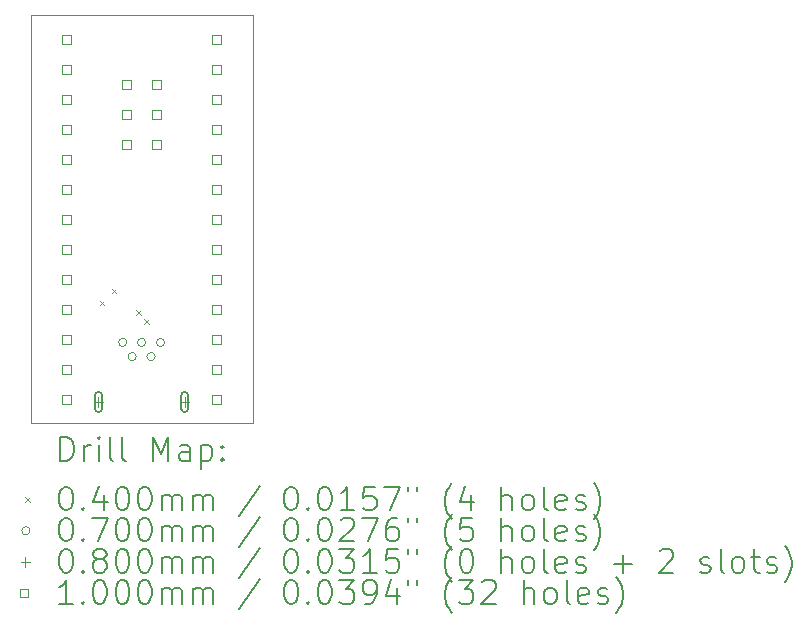
<source format=gbr>
%FSLAX45Y45*%
G04 Gerber Fmt 4.5, Leading zero omitted, Abs format (unit mm)*
G04 Created by KiCad (PCBNEW 6.0.2+dfsg-1) date 2022-08-12 08:44:58*
%MOMM*%
%LPD*%
G01*
G04 APERTURE LIST*
%TA.AperFunction,Profile*%
%ADD10C,0.100000*%
%TD*%
%ADD11C,0.200000*%
%ADD12C,0.040000*%
%ADD13C,0.070000*%
%ADD14C,0.080000*%
%ADD15C,0.100000*%
G04 APERTURE END LIST*
D10*
X14782800Y-10871200D02*
X14782800Y-7416800D01*
X14782800Y-7416800D02*
X12903200Y-7416800D01*
X12903200Y-7416800D02*
X12903200Y-10871200D01*
X12903200Y-10871200D02*
X14782800Y-10871200D01*
D11*
D12*
X13488799Y-9831199D02*
X13528799Y-9871199D01*
X13528799Y-9831199D02*
X13488799Y-9871199D01*
X13590399Y-9729599D02*
X13630399Y-9769599D01*
X13630399Y-9729599D02*
X13590399Y-9769599D01*
X13797600Y-9911400D02*
X13837600Y-9951400D01*
X13837600Y-9911400D02*
X13797600Y-9951400D01*
X13867034Y-9987297D02*
X13907034Y-10027297D01*
X13907034Y-9987297D02*
X13867034Y-10027297D01*
D13*
X13718000Y-10185400D02*
G75*
G03*
X13718000Y-10185400I-35000J0D01*
G01*
X13798000Y-10305400D02*
G75*
G03*
X13798000Y-10305400I-35000J0D01*
G01*
X13878000Y-10185400D02*
G75*
G03*
X13878000Y-10185400I-35000J0D01*
G01*
X13958000Y-10305400D02*
G75*
G03*
X13958000Y-10305400I-35000J0D01*
G01*
X14038000Y-10185400D02*
G75*
G03*
X14038000Y-10185400I-35000J0D01*
G01*
D14*
X13478000Y-10650400D02*
X13478000Y-10730400D01*
X13438000Y-10690400D02*
X13518000Y-10690400D01*
D11*
X13448000Y-10635400D02*
X13448000Y-10745400D01*
X13508000Y-10635400D02*
X13508000Y-10745400D01*
X13448000Y-10745400D02*
G75*
G03*
X13508000Y-10745400I30000J0D01*
G01*
X13508000Y-10635400D02*
G75*
G03*
X13448000Y-10635400I-30000J0D01*
G01*
D14*
X14208000Y-10650400D02*
X14208000Y-10730400D01*
X14168000Y-10690400D02*
X14248000Y-10690400D01*
D11*
X14178000Y-10635400D02*
X14178000Y-10745400D01*
X14238000Y-10635400D02*
X14238000Y-10745400D01*
X14178000Y-10745400D02*
G75*
G03*
X14238000Y-10745400I30000J0D01*
G01*
X14238000Y-10635400D02*
G75*
G03*
X14178000Y-10635400I-30000J0D01*
G01*
D15*
X13243356Y-7655356D02*
X13243356Y-7584644D01*
X13172644Y-7584644D01*
X13172644Y-7655356D01*
X13243356Y-7655356D01*
X13243356Y-7909356D02*
X13243356Y-7838644D01*
X13172644Y-7838644D01*
X13172644Y-7909356D01*
X13243356Y-7909356D01*
X13243356Y-8163356D02*
X13243356Y-8092644D01*
X13172644Y-8092644D01*
X13172644Y-8163356D01*
X13243356Y-8163356D01*
X13243356Y-8417356D02*
X13243356Y-8346644D01*
X13172644Y-8346644D01*
X13172644Y-8417356D01*
X13243356Y-8417356D01*
X13243356Y-8671356D02*
X13243356Y-8600644D01*
X13172644Y-8600644D01*
X13172644Y-8671356D01*
X13243356Y-8671356D01*
X13243356Y-8925356D02*
X13243356Y-8854644D01*
X13172644Y-8854644D01*
X13172644Y-8925356D01*
X13243356Y-8925356D01*
X13243356Y-9179356D02*
X13243356Y-9108644D01*
X13172644Y-9108644D01*
X13172644Y-9179356D01*
X13243356Y-9179356D01*
X13243356Y-9433356D02*
X13243356Y-9362644D01*
X13172644Y-9362644D01*
X13172644Y-9433356D01*
X13243356Y-9433356D01*
X13243356Y-9687356D02*
X13243356Y-9616644D01*
X13172644Y-9616644D01*
X13172644Y-9687356D01*
X13243356Y-9687356D01*
X13243356Y-9941356D02*
X13243356Y-9870644D01*
X13172644Y-9870644D01*
X13172644Y-9941356D01*
X13243356Y-9941356D01*
X13243356Y-10195356D02*
X13243356Y-10124644D01*
X13172644Y-10124644D01*
X13172644Y-10195356D01*
X13243356Y-10195356D01*
X13243356Y-10449356D02*
X13243356Y-10378644D01*
X13172644Y-10378644D01*
X13172644Y-10449356D01*
X13243356Y-10449356D01*
X13243356Y-10703356D02*
X13243356Y-10632644D01*
X13172644Y-10632644D01*
X13172644Y-10703356D01*
X13243356Y-10703356D01*
X13751356Y-8036356D02*
X13751356Y-7965644D01*
X13680644Y-7965644D01*
X13680644Y-8036356D01*
X13751356Y-8036356D01*
X13751356Y-8290356D02*
X13751356Y-8219644D01*
X13680644Y-8219644D01*
X13680644Y-8290356D01*
X13751356Y-8290356D01*
X13751356Y-8544356D02*
X13751356Y-8473644D01*
X13680644Y-8473644D01*
X13680644Y-8544356D01*
X13751356Y-8544356D01*
X14005356Y-8036356D02*
X14005356Y-7965644D01*
X13934644Y-7965644D01*
X13934644Y-8036356D01*
X14005356Y-8036356D01*
X14005356Y-8290356D02*
X14005356Y-8219644D01*
X13934644Y-8219644D01*
X13934644Y-8290356D01*
X14005356Y-8290356D01*
X14005356Y-8544356D02*
X14005356Y-8473644D01*
X13934644Y-8473644D01*
X13934644Y-8544356D01*
X14005356Y-8544356D01*
X14513356Y-7655356D02*
X14513356Y-7584644D01*
X14442644Y-7584644D01*
X14442644Y-7655356D01*
X14513356Y-7655356D01*
X14513356Y-7909356D02*
X14513356Y-7838644D01*
X14442644Y-7838644D01*
X14442644Y-7909356D01*
X14513356Y-7909356D01*
X14513356Y-8163356D02*
X14513356Y-8092644D01*
X14442644Y-8092644D01*
X14442644Y-8163356D01*
X14513356Y-8163356D01*
X14513356Y-8417356D02*
X14513356Y-8346644D01*
X14442644Y-8346644D01*
X14442644Y-8417356D01*
X14513356Y-8417356D01*
X14513356Y-8671356D02*
X14513356Y-8600644D01*
X14442644Y-8600644D01*
X14442644Y-8671356D01*
X14513356Y-8671356D01*
X14513356Y-8925356D02*
X14513356Y-8854644D01*
X14442644Y-8854644D01*
X14442644Y-8925356D01*
X14513356Y-8925356D01*
X14513356Y-9179356D02*
X14513356Y-9108644D01*
X14442644Y-9108644D01*
X14442644Y-9179356D01*
X14513356Y-9179356D01*
X14513356Y-9433356D02*
X14513356Y-9362644D01*
X14442644Y-9362644D01*
X14442644Y-9433356D01*
X14513356Y-9433356D01*
X14513356Y-9687356D02*
X14513356Y-9616644D01*
X14442644Y-9616644D01*
X14442644Y-9687356D01*
X14513356Y-9687356D01*
X14513356Y-9941356D02*
X14513356Y-9870644D01*
X14442644Y-9870644D01*
X14442644Y-9941356D01*
X14513356Y-9941356D01*
X14513356Y-10195356D02*
X14513356Y-10124644D01*
X14442644Y-10124644D01*
X14442644Y-10195356D01*
X14513356Y-10195356D01*
X14513356Y-10449356D02*
X14513356Y-10378644D01*
X14442644Y-10378644D01*
X14442644Y-10449356D01*
X14513356Y-10449356D01*
X14513356Y-10703356D02*
X14513356Y-10632644D01*
X14442644Y-10632644D01*
X14442644Y-10703356D01*
X14513356Y-10703356D01*
D11*
X13155819Y-11186676D02*
X13155819Y-10986676D01*
X13203438Y-10986676D01*
X13232009Y-10996200D01*
X13251057Y-11015248D01*
X13260581Y-11034295D01*
X13270105Y-11072390D01*
X13270105Y-11100962D01*
X13260581Y-11139057D01*
X13251057Y-11158105D01*
X13232009Y-11177152D01*
X13203438Y-11186676D01*
X13155819Y-11186676D01*
X13355819Y-11186676D02*
X13355819Y-11053343D01*
X13355819Y-11091438D02*
X13365343Y-11072390D01*
X13374867Y-11062867D01*
X13393914Y-11053343D01*
X13412962Y-11053343D01*
X13479628Y-11186676D02*
X13479628Y-11053343D01*
X13479628Y-10986676D02*
X13470105Y-10996200D01*
X13479628Y-11005724D01*
X13489152Y-10996200D01*
X13479628Y-10986676D01*
X13479628Y-11005724D01*
X13603438Y-11186676D02*
X13584390Y-11177152D01*
X13574867Y-11158105D01*
X13574867Y-10986676D01*
X13708200Y-11186676D02*
X13689152Y-11177152D01*
X13679628Y-11158105D01*
X13679628Y-10986676D01*
X13936771Y-11186676D02*
X13936771Y-10986676D01*
X14003438Y-11129533D01*
X14070105Y-10986676D01*
X14070105Y-11186676D01*
X14251057Y-11186676D02*
X14251057Y-11081914D01*
X14241533Y-11062867D01*
X14222486Y-11053343D01*
X14184390Y-11053343D01*
X14165343Y-11062867D01*
X14251057Y-11177152D02*
X14232009Y-11186676D01*
X14184390Y-11186676D01*
X14165343Y-11177152D01*
X14155819Y-11158105D01*
X14155819Y-11139057D01*
X14165343Y-11120010D01*
X14184390Y-11110486D01*
X14232009Y-11110486D01*
X14251057Y-11100962D01*
X14346295Y-11053343D02*
X14346295Y-11253343D01*
X14346295Y-11062867D02*
X14365343Y-11053343D01*
X14403438Y-11053343D01*
X14422486Y-11062867D01*
X14432009Y-11072390D01*
X14441533Y-11091438D01*
X14441533Y-11148581D01*
X14432009Y-11167629D01*
X14422486Y-11177152D01*
X14403438Y-11186676D01*
X14365343Y-11186676D01*
X14346295Y-11177152D01*
X14527248Y-11167629D02*
X14536771Y-11177152D01*
X14527248Y-11186676D01*
X14517724Y-11177152D01*
X14527248Y-11167629D01*
X14527248Y-11186676D01*
X14527248Y-11062867D02*
X14536771Y-11072390D01*
X14527248Y-11081914D01*
X14517724Y-11072390D01*
X14527248Y-11062867D01*
X14527248Y-11081914D01*
D12*
X12858200Y-11496200D02*
X12898200Y-11536200D01*
X12898200Y-11496200D02*
X12858200Y-11536200D01*
D11*
X13193914Y-11406676D02*
X13212962Y-11406676D01*
X13232009Y-11416200D01*
X13241533Y-11425724D01*
X13251057Y-11444771D01*
X13260581Y-11482867D01*
X13260581Y-11530486D01*
X13251057Y-11568581D01*
X13241533Y-11587628D01*
X13232009Y-11597152D01*
X13212962Y-11606676D01*
X13193914Y-11606676D01*
X13174867Y-11597152D01*
X13165343Y-11587628D01*
X13155819Y-11568581D01*
X13146295Y-11530486D01*
X13146295Y-11482867D01*
X13155819Y-11444771D01*
X13165343Y-11425724D01*
X13174867Y-11416200D01*
X13193914Y-11406676D01*
X13346295Y-11587628D02*
X13355819Y-11597152D01*
X13346295Y-11606676D01*
X13336771Y-11597152D01*
X13346295Y-11587628D01*
X13346295Y-11606676D01*
X13527248Y-11473343D02*
X13527248Y-11606676D01*
X13479628Y-11397152D02*
X13432009Y-11540009D01*
X13555819Y-11540009D01*
X13670105Y-11406676D02*
X13689152Y-11406676D01*
X13708200Y-11416200D01*
X13717724Y-11425724D01*
X13727248Y-11444771D01*
X13736771Y-11482867D01*
X13736771Y-11530486D01*
X13727248Y-11568581D01*
X13717724Y-11587628D01*
X13708200Y-11597152D01*
X13689152Y-11606676D01*
X13670105Y-11606676D01*
X13651057Y-11597152D01*
X13641533Y-11587628D01*
X13632009Y-11568581D01*
X13622486Y-11530486D01*
X13622486Y-11482867D01*
X13632009Y-11444771D01*
X13641533Y-11425724D01*
X13651057Y-11416200D01*
X13670105Y-11406676D01*
X13860581Y-11406676D02*
X13879628Y-11406676D01*
X13898676Y-11416200D01*
X13908200Y-11425724D01*
X13917724Y-11444771D01*
X13927248Y-11482867D01*
X13927248Y-11530486D01*
X13917724Y-11568581D01*
X13908200Y-11587628D01*
X13898676Y-11597152D01*
X13879628Y-11606676D01*
X13860581Y-11606676D01*
X13841533Y-11597152D01*
X13832009Y-11587628D01*
X13822486Y-11568581D01*
X13812962Y-11530486D01*
X13812962Y-11482867D01*
X13822486Y-11444771D01*
X13832009Y-11425724D01*
X13841533Y-11416200D01*
X13860581Y-11406676D01*
X14012962Y-11606676D02*
X14012962Y-11473343D01*
X14012962Y-11492390D02*
X14022486Y-11482867D01*
X14041533Y-11473343D01*
X14070105Y-11473343D01*
X14089152Y-11482867D01*
X14098676Y-11501914D01*
X14098676Y-11606676D01*
X14098676Y-11501914D02*
X14108200Y-11482867D01*
X14127248Y-11473343D01*
X14155819Y-11473343D01*
X14174867Y-11482867D01*
X14184390Y-11501914D01*
X14184390Y-11606676D01*
X14279628Y-11606676D02*
X14279628Y-11473343D01*
X14279628Y-11492390D02*
X14289152Y-11482867D01*
X14308200Y-11473343D01*
X14336771Y-11473343D01*
X14355819Y-11482867D01*
X14365343Y-11501914D01*
X14365343Y-11606676D01*
X14365343Y-11501914D02*
X14374867Y-11482867D01*
X14393914Y-11473343D01*
X14422486Y-11473343D01*
X14441533Y-11482867D01*
X14451057Y-11501914D01*
X14451057Y-11606676D01*
X14841533Y-11397152D02*
X14670105Y-11654295D01*
X15098676Y-11406676D02*
X15117724Y-11406676D01*
X15136771Y-11416200D01*
X15146295Y-11425724D01*
X15155819Y-11444771D01*
X15165343Y-11482867D01*
X15165343Y-11530486D01*
X15155819Y-11568581D01*
X15146295Y-11587628D01*
X15136771Y-11597152D01*
X15117724Y-11606676D01*
X15098676Y-11606676D01*
X15079628Y-11597152D01*
X15070105Y-11587628D01*
X15060581Y-11568581D01*
X15051057Y-11530486D01*
X15051057Y-11482867D01*
X15060581Y-11444771D01*
X15070105Y-11425724D01*
X15079628Y-11416200D01*
X15098676Y-11406676D01*
X15251057Y-11587628D02*
X15260581Y-11597152D01*
X15251057Y-11606676D01*
X15241533Y-11597152D01*
X15251057Y-11587628D01*
X15251057Y-11606676D01*
X15384390Y-11406676D02*
X15403438Y-11406676D01*
X15422486Y-11416200D01*
X15432009Y-11425724D01*
X15441533Y-11444771D01*
X15451057Y-11482867D01*
X15451057Y-11530486D01*
X15441533Y-11568581D01*
X15432009Y-11587628D01*
X15422486Y-11597152D01*
X15403438Y-11606676D01*
X15384390Y-11606676D01*
X15365343Y-11597152D01*
X15355819Y-11587628D01*
X15346295Y-11568581D01*
X15336771Y-11530486D01*
X15336771Y-11482867D01*
X15346295Y-11444771D01*
X15355819Y-11425724D01*
X15365343Y-11416200D01*
X15384390Y-11406676D01*
X15641533Y-11606676D02*
X15527248Y-11606676D01*
X15584390Y-11606676D02*
X15584390Y-11406676D01*
X15565343Y-11435248D01*
X15546295Y-11454295D01*
X15527248Y-11463819D01*
X15822486Y-11406676D02*
X15727248Y-11406676D01*
X15717724Y-11501914D01*
X15727248Y-11492390D01*
X15746295Y-11482867D01*
X15793914Y-11482867D01*
X15812962Y-11492390D01*
X15822486Y-11501914D01*
X15832009Y-11520962D01*
X15832009Y-11568581D01*
X15822486Y-11587628D01*
X15812962Y-11597152D01*
X15793914Y-11606676D01*
X15746295Y-11606676D01*
X15727248Y-11597152D01*
X15717724Y-11587628D01*
X15898676Y-11406676D02*
X16032009Y-11406676D01*
X15946295Y-11606676D01*
X16098676Y-11406676D02*
X16098676Y-11444771D01*
X16174867Y-11406676D02*
X16174867Y-11444771D01*
X16470105Y-11682867D02*
X16460581Y-11673343D01*
X16441533Y-11644771D01*
X16432009Y-11625724D01*
X16422486Y-11597152D01*
X16412962Y-11549533D01*
X16412962Y-11511438D01*
X16422486Y-11463819D01*
X16432009Y-11435248D01*
X16441533Y-11416200D01*
X16460581Y-11387628D01*
X16470105Y-11378105D01*
X16632009Y-11473343D02*
X16632009Y-11606676D01*
X16584390Y-11397152D02*
X16536771Y-11540009D01*
X16660581Y-11540009D01*
X16889152Y-11606676D02*
X16889152Y-11406676D01*
X16974867Y-11606676D02*
X16974867Y-11501914D01*
X16965343Y-11482867D01*
X16946295Y-11473343D01*
X16917724Y-11473343D01*
X16898676Y-11482867D01*
X16889152Y-11492390D01*
X17098676Y-11606676D02*
X17079629Y-11597152D01*
X17070105Y-11587628D01*
X17060581Y-11568581D01*
X17060581Y-11511438D01*
X17070105Y-11492390D01*
X17079629Y-11482867D01*
X17098676Y-11473343D01*
X17127248Y-11473343D01*
X17146295Y-11482867D01*
X17155819Y-11492390D01*
X17165343Y-11511438D01*
X17165343Y-11568581D01*
X17155819Y-11587628D01*
X17146295Y-11597152D01*
X17127248Y-11606676D01*
X17098676Y-11606676D01*
X17279629Y-11606676D02*
X17260581Y-11597152D01*
X17251057Y-11578105D01*
X17251057Y-11406676D01*
X17432010Y-11597152D02*
X17412962Y-11606676D01*
X17374867Y-11606676D01*
X17355819Y-11597152D01*
X17346295Y-11578105D01*
X17346295Y-11501914D01*
X17355819Y-11482867D01*
X17374867Y-11473343D01*
X17412962Y-11473343D01*
X17432010Y-11482867D01*
X17441533Y-11501914D01*
X17441533Y-11520962D01*
X17346295Y-11540009D01*
X17517724Y-11597152D02*
X17536771Y-11606676D01*
X17574867Y-11606676D01*
X17593914Y-11597152D01*
X17603438Y-11578105D01*
X17603438Y-11568581D01*
X17593914Y-11549533D01*
X17574867Y-11540009D01*
X17546295Y-11540009D01*
X17527248Y-11530486D01*
X17517724Y-11511438D01*
X17517724Y-11501914D01*
X17527248Y-11482867D01*
X17546295Y-11473343D01*
X17574867Y-11473343D01*
X17593914Y-11482867D01*
X17670105Y-11682867D02*
X17679629Y-11673343D01*
X17698676Y-11644771D01*
X17708200Y-11625724D01*
X17717724Y-11597152D01*
X17727248Y-11549533D01*
X17727248Y-11511438D01*
X17717724Y-11463819D01*
X17708200Y-11435248D01*
X17698676Y-11416200D01*
X17679629Y-11387628D01*
X17670105Y-11378105D01*
D13*
X12898200Y-11780200D02*
G75*
G03*
X12898200Y-11780200I-35000J0D01*
G01*
D11*
X13193914Y-11670676D02*
X13212962Y-11670676D01*
X13232009Y-11680200D01*
X13241533Y-11689724D01*
X13251057Y-11708771D01*
X13260581Y-11746867D01*
X13260581Y-11794486D01*
X13251057Y-11832581D01*
X13241533Y-11851628D01*
X13232009Y-11861152D01*
X13212962Y-11870676D01*
X13193914Y-11870676D01*
X13174867Y-11861152D01*
X13165343Y-11851628D01*
X13155819Y-11832581D01*
X13146295Y-11794486D01*
X13146295Y-11746867D01*
X13155819Y-11708771D01*
X13165343Y-11689724D01*
X13174867Y-11680200D01*
X13193914Y-11670676D01*
X13346295Y-11851628D02*
X13355819Y-11861152D01*
X13346295Y-11870676D01*
X13336771Y-11861152D01*
X13346295Y-11851628D01*
X13346295Y-11870676D01*
X13422486Y-11670676D02*
X13555819Y-11670676D01*
X13470105Y-11870676D01*
X13670105Y-11670676D02*
X13689152Y-11670676D01*
X13708200Y-11680200D01*
X13717724Y-11689724D01*
X13727248Y-11708771D01*
X13736771Y-11746867D01*
X13736771Y-11794486D01*
X13727248Y-11832581D01*
X13717724Y-11851628D01*
X13708200Y-11861152D01*
X13689152Y-11870676D01*
X13670105Y-11870676D01*
X13651057Y-11861152D01*
X13641533Y-11851628D01*
X13632009Y-11832581D01*
X13622486Y-11794486D01*
X13622486Y-11746867D01*
X13632009Y-11708771D01*
X13641533Y-11689724D01*
X13651057Y-11680200D01*
X13670105Y-11670676D01*
X13860581Y-11670676D02*
X13879628Y-11670676D01*
X13898676Y-11680200D01*
X13908200Y-11689724D01*
X13917724Y-11708771D01*
X13927248Y-11746867D01*
X13927248Y-11794486D01*
X13917724Y-11832581D01*
X13908200Y-11851628D01*
X13898676Y-11861152D01*
X13879628Y-11870676D01*
X13860581Y-11870676D01*
X13841533Y-11861152D01*
X13832009Y-11851628D01*
X13822486Y-11832581D01*
X13812962Y-11794486D01*
X13812962Y-11746867D01*
X13822486Y-11708771D01*
X13832009Y-11689724D01*
X13841533Y-11680200D01*
X13860581Y-11670676D01*
X14012962Y-11870676D02*
X14012962Y-11737343D01*
X14012962Y-11756390D02*
X14022486Y-11746867D01*
X14041533Y-11737343D01*
X14070105Y-11737343D01*
X14089152Y-11746867D01*
X14098676Y-11765914D01*
X14098676Y-11870676D01*
X14098676Y-11765914D02*
X14108200Y-11746867D01*
X14127248Y-11737343D01*
X14155819Y-11737343D01*
X14174867Y-11746867D01*
X14184390Y-11765914D01*
X14184390Y-11870676D01*
X14279628Y-11870676D02*
X14279628Y-11737343D01*
X14279628Y-11756390D02*
X14289152Y-11746867D01*
X14308200Y-11737343D01*
X14336771Y-11737343D01*
X14355819Y-11746867D01*
X14365343Y-11765914D01*
X14365343Y-11870676D01*
X14365343Y-11765914D02*
X14374867Y-11746867D01*
X14393914Y-11737343D01*
X14422486Y-11737343D01*
X14441533Y-11746867D01*
X14451057Y-11765914D01*
X14451057Y-11870676D01*
X14841533Y-11661152D02*
X14670105Y-11918295D01*
X15098676Y-11670676D02*
X15117724Y-11670676D01*
X15136771Y-11680200D01*
X15146295Y-11689724D01*
X15155819Y-11708771D01*
X15165343Y-11746867D01*
X15165343Y-11794486D01*
X15155819Y-11832581D01*
X15146295Y-11851628D01*
X15136771Y-11861152D01*
X15117724Y-11870676D01*
X15098676Y-11870676D01*
X15079628Y-11861152D01*
X15070105Y-11851628D01*
X15060581Y-11832581D01*
X15051057Y-11794486D01*
X15051057Y-11746867D01*
X15060581Y-11708771D01*
X15070105Y-11689724D01*
X15079628Y-11680200D01*
X15098676Y-11670676D01*
X15251057Y-11851628D02*
X15260581Y-11861152D01*
X15251057Y-11870676D01*
X15241533Y-11861152D01*
X15251057Y-11851628D01*
X15251057Y-11870676D01*
X15384390Y-11670676D02*
X15403438Y-11670676D01*
X15422486Y-11680200D01*
X15432009Y-11689724D01*
X15441533Y-11708771D01*
X15451057Y-11746867D01*
X15451057Y-11794486D01*
X15441533Y-11832581D01*
X15432009Y-11851628D01*
X15422486Y-11861152D01*
X15403438Y-11870676D01*
X15384390Y-11870676D01*
X15365343Y-11861152D01*
X15355819Y-11851628D01*
X15346295Y-11832581D01*
X15336771Y-11794486D01*
X15336771Y-11746867D01*
X15346295Y-11708771D01*
X15355819Y-11689724D01*
X15365343Y-11680200D01*
X15384390Y-11670676D01*
X15527248Y-11689724D02*
X15536771Y-11680200D01*
X15555819Y-11670676D01*
X15603438Y-11670676D01*
X15622486Y-11680200D01*
X15632009Y-11689724D01*
X15641533Y-11708771D01*
X15641533Y-11727819D01*
X15632009Y-11756390D01*
X15517724Y-11870676D01*
X15641533Y-11870676D01*
X15708200Y-11670676D02*
X15841533Y-11670676D01*
X15755819Y-11870676D01*
X16003438Y-11670676D02*
X15965343Y-11670676D01*
X15946295Y-11680200D01*
X15936771Y-11689724D01*
X15917724Y-11718295D01*
X15908200Y-11756390D01*
X15908200Y-11832581D01*
X15917724Y-11851628D01*
X15927248Y-11861152D01*
X15946295Y-11870676D01*
X15984390Y-11870676D01*
X16003438Y-11861152D01*
X16012962Y-11851628D01*
X16022486Y-11832581D01*
X16022486Y-11784962D01*
X16012962Y-11765914D01*
X16003438Y-11756390D01*
X15984390Y-11746867D01*
X15946295Y-11746867D01*
X15927248Y-11756390D01*
X15917724Y-11765914D01*
X15908200Y-11784962D01*
X16098676Y-11670676D02*
X16098676Y-11708771D01*
X16174867Y-11670676D02*
X16174867Y-11708771D01*
X16470105Y-11946867D02*
X16460581Y-11937343D01*
X16441533Y-11908771D01*
X16432009Y-11889724D01*
X16422486Y-11861152D01*
X16412962Y-11813533D01*
X16412962Y-11775438D01*
X16422486Y-11727819D01*
X16432009Y-11699248D01*
X16441533Y-11680200D01*
X16460581Y-11651628D01*
X16470105Y-11642105D01*
X16641533Y-11670676D02*
X16546295Y-11670676D01*
X16536771Y-11765914D01*
X16546295Y-11756390D01*
X16565343Y-11746867D01*
X16612962Y-11746867D01*
X16632009Y-11756390D01*
X16641533Y-11765914D01*
X16651057Y-11784962D01*
X16651057Y-11832581D01*
X16641533Y-11851628D01*
X16632009Y-11861152D01*
X16612962Y-11870676D01*
X16565343Y-11870676D01*
X16546295Y-11861152D01*
X16536771Y-11851628D01*
X16889152Y-11870676D02*
X16889152Y-11670676D01*
X16974867Y-11870676D02*
X16974867Y-11765914D01*
X16965343Y-11746867D01*
X16946295Y-11737343D01*
X16917724Y-11737343D01*
X16898676Y-11746867D01*
X16889152Y-11756390D01*
X17098676Y-11870676D02*
X17079629Y-11861152D01*
X17070105Y-11851628D01*
X17060581Y-11832581D01*
X17060581Y-11775438D01*
X17070105Y-11756390D01*
X17079629Y-11746867D01*
X17098676Y-11737343D01*
X17127248Y-11737343D01*
X17146295Y-11746867D01*
X17155819Y-11756390D01*
X17165343Y-11775438D01*
X17165343Y-11832581D01*
X17155819Y-11851628D01*
X17146295Y-11861152D01*
X17127248Y-11870676D01*
X17098676Y-11870676D01*
X17279629Y-11870676D02*
X17260581Y-11861152D01*
X17251057Y-11842105D01*
X17251057Y-11670676D01*
X17432010Y-11861152D02*
X17412962Y-11870676D01*
X17374867Y-11870676D01*
X17355819Y-11861152D01*
X17346295Y-11842105D01*
X17346295Y-11765914D01*
X17355819Y-11746867D01*
X17374867Y-11737343D01*
X17412962Y-11737343D01*
X17432010Y-11746867D01*
X17441533Y-11765914D01*
X17441533Y-11784962D01*
X17346295Y-11804009D01*
X17517724Y-11861152D02*
X17536771Y-11870676D01*
X17574867Y-11870676D01*
X17593914Y-11861152D01*
X17603438Y-11842105D01*
X17603438Y-11832581D01*
X17593914Y-11813533D01*
X17574867Y-11804009D01*
X17546295Y-11804009D01*
X17527248Y-11794486D01*
X17517724Y-11775438D01*
X17517724Y-11765914D01*
X17527248Y-11746867D01*
X17546295Y-11737343D01*
X17574867Y-11737343D01*
X17593914Y-11746867D01*
X17670105Y-11946867D02*
X17679629Y-11937343D01*
X17698676Y-11908771D01*
X17708200Y-11889724D01*
X17717724Y-11861152D01*
X17727248Y-11813533D01*
X17727248Y-11775438D01*
X17717724Y-11727819D01*
X17708200Y-11699248D01*
X17698676Y-11680200D01*
X17679629Y-11651628D01*
X17670105Y-11642105D01*
D14*
X12858200Y-12004200D02*
X12858200Y-12084200D01*
X12818200Y-12044200D02*
X12898200Y-12044200D01*
D11*
X13193914Y-11934676D02*
X13212962Y-11934676D01*
X13232009Y-11944200D01*
X13241533Y-11953724D01*
X13251057Y-11972771D01*
X13260581Y-12010867D01*
X13260581Y-12058486D01*
X13251057Y-12096581D01*
X13241533Y-12115628D01*
X13232009Y-12125152D01*
X13212962Y-12134676D01*
X13193914Y-12134676D01*
X13174867Y-12125152D01*
X13165343Y-12115628D01*
X13155819Y-12096581D01*
X13146295Y-12058486D01*
X13146295Y-12010867D01*
X13155819Y-11972771D01*
X13165343Y-11953724D01*
X13174867Y-11944200D01*
X13193914Y-11934676D01*
X13346295Y-12115628D02*
X13355819Y-12125152D01*
X13346295Y-12134676D01*
X13336771Y-12125152D01*
X13346295Y-12115628D01*
X13346295Y-12134676D01*
X13470105Y-12020390D02*
X13451057Y-12010867D01*
X13441533Y-12001343D01*
X13432009Y-11982295D01*
X13432009Y-11972771D01*
X13441533Y-11953724D01*
X13451057Y-11944200D01*
X13470105Y-11934676D01*
X13508200Y-11934676D01*
X13527248Y-11944200D01*
X13536771Y-11953724D01*
X13546295Y-11972771D01*
X13546295Y-11982295D01*
X13536771Y-12001343D01*
X13527248Y-12010867D01*
X13508200Y-12020390D01*
X13470105Y-12020390D01*
X13451057Y-12029914D01*
X13441533Y-12039438D01*
X13432009Y-12058486D01*
X13432009Y-12096581D01*
X13441533Y-12115628D01*
X13451057Y-12125152D01*
X13470105Y-12134676D01*
X13508200Y-12134676D01*
X13527248Y-12125152D01*
X13536771Y-12115628D01*
X13546295Y-12096581D01*
X13546295Y-12058486D01*
X13536771Y-12039438D01*
X13527248Y-12029914D01*
X13508200Y-12020390D01*
X13670105Y-11934676D02*
X13689152Y-11934676D01*
X13708200Y-11944200D01*
X13717724Y-11953724D01*
X13727248Y-11972771D01*
X13736771Y-12010867D01*
X13736771Y-12058486D01*
X13727248Y-12096581D01*
X13717724Y-12115628D01*
X13708200Y-12125152D01*
X13689152Y-12134676D01*
X13670105Y-12134676D01*
X13651057Y-12125152D01*
X13641533Y-12115628D01*
X13632009Y-12096581D01*
X13622486Y-12058486D01*
X13622486Y-12010867D01*
X13632009Y-11972771D01*
X13641533Y-11953724D01*
X13651057Y-11944200D01*
X13670105Y-11934676D01*
X13860581Y-11934676D02*
X13879628Y-11934676D01*
X13898676Y-11944200D01*
X13908200Y-11953724D01*
X13917724Y-11972771D01*
X13927248Y-12010867D01*
X13927248Y-12058486D01*
X13917724Y-12096581D01*
X13908200Y-12115628D01*
X13898676Y-12125152D01*
X13879628Y-12134676D01*
X13860581Y-12134676D01*
X13841533Y-12125152D01*
X13832009Y-12115628D01*
X13822486Y-12096581D01*
X13812962Y-12058486D01*
X13812962Y-12010867D01*
X13822486Y-11972771D01*
X13832009Y-11953724D01*
X13841533Y-11944200D01*
X13860581Y-11934676D01*
X14012962Y-12134676D02*
X14012962Y-12001343D01*
X14012962Y-12020390D02*
X14022486Y-12010867D01*
X14041533Y-12001343D01*
X14070105Y-12001343D01*
X14089152Y-12010867D01*
X14098676Y-12029914D01*
X14098676Y-12134676D01*
X14098676Y-12029914D02*
X14108200Y-12010867D01*
X14127248Y-12001343D01*
X14155819Y-12001343D01*
X14174867Y-12010867D01*
X14184390Y-12029914D01*
X14184390Y-12134676D01*
X14279628Y-12134676D02*
X14279628Y-12001343D01*
X14279628Y-12020390D02*
X14289152Y-12010867D01*
X14308200Y-12001343D01*
X14336771Y-12001343D01*
X14355819Y-12010867D01*
X14365343Y-12029914D01*
X14365343Y-12134676D01*
X14365343Y-12029914D02*
X14374867Y-12010867D01*
X14393914Y-12001343D01*
X14422486Y-12001343D01*
X14441533Y-12010867D01*
X14451057Y-12029914D01*
X14451057Y-12134676D01*
X14841533Y-11925152D02*
X14670105Y-12182295D01*
X15098676Y-11934676D02*
X15117724Y-11934676D01*
X15136771Y-11944200D01*
X15146295Y-11953724D01*
X15155819Y-11972771D01*
X15165343Y-12010867D01*
X15165343Y-12058486D01*
X15155819Y-12096581D01*
X15146295Y-12115628D01*
X15136771Y-12125152D01*
X15117724Y-12134676D01*
X15098676Y-12134676D01*
X15079628Y-12125152D01*
X15070105Y-12115628D01*
X15060581Y-12096581D01*
X15051057Y-12058486D01*
X15051057Y-12010867D01*
X15060581Y-11972771D01*
X15070105Y-11953724D01*
X15079628Y-11944200D01*
X15098676Y-11934676D01*
X15251057Y-12115628D02*
X15260581Y-12125152D01*
X15251057Y-12134676D01*
X15241533Y-12125152D01*
X15251057Y-12115628D01*
X15251057Y-12134676D01*
X15384390Y-11934676D02*
X15403438Y-11934676D01*
X15422486Y-11944200D01*
X15432009Y-11953724D01*
X15441533Y-11972771D01*
X15451057Y-12010867D01*
X15451057Y-12058486D01*
X15441533Y-12096581D01*
X15432009Y-12115628D01*
X15422486Y-12125152D01*
X15403438Y-12134676D01*
X15384390Y-12134676D01*
X15365343Y-12125152D01*
X15355819Y-12115628D01*
X15346295Y-12096581D01*
X15336771Y-12058486D01*
X15336771Y-12010867D01*
X15346295Y-11972771D01*
X15355819Y-11953724D01*
X15365343Y-11944200D01*
X15384390Y-11934676D01*
X15517724Y-11934676D02*
X15641533Y-11934676D01*
X15574867Y-12010867D01*
X15603438Y-12010867D01*
X15622486Y-12020390D01*
X15632009Y-12029914D01*
X15641533Y-12048962D01*
X15641533Y-12096581D01*
X15632009Y-12115628D01*
X15622486Y-12125152D01*
X15603438Y-12134676D01*
X15546295Y-12134676D01*
X15527248Y-12125152D01*
X15517724Y-12115628D01*
X15832009Y-12134676D02*
X15717724Y-12134676D01*
X15774867Y-12134676D02*
X15774867Y-11934676D01*
X15755819Y-11963248D01*
X15736771Y-11982295D01*
X15717724Y-11991819D01*
X16012962Y-11934676D02*
X15917724Y-11934676D01*
X15908200Y-12029914D01*
X15917724Y-12020390D01*
X15936771Y-12010867D01*
X15984390Y-12010867D01*
X16003438Y-12020390D01*
X16012962Y-12029914D01*
X16022486Y-12048962D01*
X16022486Y-12096581D01*
X16012962Y-12115628D01*
X16003438Y-12125152D01*
X15984390Y-12134676D01*
X15936771Y-12134676D01*
X15917724Y-12125152D01*
X15908200Y-12115628D01*
X16098676Y-11934676D02*
X16098676Y-11972771D01*
X16174867Y-11934676D02*
X16174867Y-11972771D01*
X16470105Y-12210867D02*
X16460581Y-12201343D01*
X16441533Y-12172771D01*
X16432009Y-12153724D01*
X16422486Y-12125152D01*
X16412962Y-12077533D01*
X16412962Y-12039438D01*
X16422486Y-11991819D01*
X16432009Y-11963248D01*
X16441533Y-11944200D01*
X16460581Y-11915628D01*
X16470105Y-11906105D01*
X16584390Y-11934676D02*
X16603438Y-11934676D01*
X16622486Y-11944200D01*
X16632009Y-11953724D01*
X16641533Y-11972771D01*
X16651057Y-12010867D01*
X16651057Y-12058486D01*
X16641533Y-12096581D01*
X16632009Y-12115628D01*
X16622486Y-12125152D01*
X16603438Y-12134676D01*
X16584390Y-12134676D01*
X16565343Y-12125152D01*
X16555819Y-12115628D01*
X16546295Y-12096581D01*
X16536771Y-12058486D01*
X16536771Y-12010867D01*
X16546295Y-11972771D01*
X16555819Y-11953724D01*
X16565343Y-11944200D01*
X16584390Y-11934676D01*
X16889152Y-12134676D02*
X16889152Y-11934676D01*
X16974867Y-12134676D02*
X16974867Y-12029914D01*
X16965343Y-12010867D01*
X16946295Y-12001343D01*
X16917724Y-12001343D01*
X16898676Y-12010867D01*
X16889152Y-12020390D01*
X17098676Y-12134676D02*
X17079629Y-12125152D01*
X17070105Y-12115628D01*
X17060581Y-12096581D01*
X17060581Y-12039438D01*
X17070105Y-12020390D01*
X17079629Y-12010867D01*
X17098676Y-12001343D01*
X17127248Y-12001343D01*
X17146295Y-12010867D01*
X17155819Y-12020390D01*
X17165343Y-12039438D01*
X17165343Y-12096581D01*
X17155819Y-12115628D01*
X17146295Y-12125152D01*
X17127248Y-12134676D01*
X17098676Y-12134676D01*
X17279629Y-12134676D02*
X17260581Y-12125152D01*
X17251057Y-12106105D01*
X17251057Y-11934676D01*
X17432010Y-12125152D02*
X17412962Y-12134676D01*
X17374867Y-12134676D01*
X17355819Y-12125152D01*
X17346295Y-12106105D01*
X17346295Y-12029914D01*
X17355819Y-12010867D01*
X17374867Y-12001343D01*
X17412962Y-12001343D01*
X17432010Y-12010867D01*
X17441533Y-12029914D01*
X17441533Y-12048962D01*
X17346295Y-12068009D01*
X17517724Y-12125152D02*
X17536771Y-12134676D01*
X17574867Y-12134676D01*
X17593914Y-12125152D01*
X17603438Y-12106105D01*
X17603438Y-12096581D01*
X17593914Y-12077533D01*
X17574867Y-12068009D01*
X17546295Y-12068009D01*
X17527248Y-12058486D01*
X17517724Y-12039438D01*
X17517724Y-12029914D01*
X17527248Y-12010867D01*
X17546295Y-12001343D01*
X17574867Y-12001343D01*
X17593914Y-12010867D01*
X17841533Y-12058486D02*
X17993914Y-12058486D01*
X17917724Y-12134676D02*
X17917724Y-11982295D01*
X18232010Y-11953724D02*
X18241533Y-11944200D01*
X18260581Y-11934676D01*
X18308200Y-11934676D01*
X18327248Y-11944200D01*
X18336771Y-11953724D01*
X18346295Y-11972771D01*
X18346295Y-11991819D01*
X18336771Y-12020390D01*
X18222486Y-12134676D01*
X18346295Y-12134676D01*
X18574867Y-12125152D02*
X18593914Y-12134676D01*
X18632010Y-12134676D01*
X18651057Y-12125152D01*
X18660581Y-12106105D01*
X18660581Y-12096581D01*
X18651057Y-12077533D01*
X18632010Y-12068009D01*
X18603438Y-12068009D01*
X18584390Y-12058486D01*
X18574867Y-12039438D01*
X18574867Y-12029914D01*
X18584390Y-12010867D01*
X18603438Y-12001343D01*
X18632010Y-12001343D01*
X18651057Y-12010867D01*
X18774867Y-12134676D02*
X18755819Y-12125152D01*
X18746295Y-12106105D01*
X18746295Y-11934676D01*
X18879629Y-12134676D02*
X18860581Y-12125152D01*
X18851057Y-12115628D01*
X18841533Y-12096581D01*
X18841533Y-12039438D01*
X18851057Y-12020390D01*
X18860581Y-12010867D01*
X18879629Y-12001343D01*
X18908200Y-12001343D01*
X18927248Y-12010867D01*
X18936771Y-12020390D01*
X18946295Y-12039438D01*
X18946295Y-12096581D01*
X18936771Y-12115628D01*
X18927248Y-12125152D01*
X18908200Y-12134676D01*
X18879629Y-12134676D01*
X19003438Y-12001343D02*
X19079629Y-12001343D01*
X19032010Y-11934676D02*
X19032010Y-12106105D01*
X19041533Y-12125152D01*
X19060581Y-12134676D01*
X19079629Y-12134676D01*
X19136771Y-12125152D02*
X19155819Y-12134676D01*
X19193914Y-12134676D01*
X19212962Y-12125152D01*
X19222486Y-12106105D01*
X19222486Y-12096581D01*
X19212962Y-12077533D01*
X19193914Y-12068009D01*
X19165343Y-12068009D01*
X19146295Y-12058486D01*
X19136771Y-12039438D01*
X19136771Y-12029914D01*
X19146295Y-12010867D01*
X19165343Y-12001343D01*
X19193914Y-12001343D01*
X19212962Y-12010867D01*
X19289152Y-12210867D02*
X19298676Y-12201343D01*
X19317724Y-12172771D01*
X19327248Y-12153724D01*
X19336771Y-12125152D01*
X19346295Y-12077533D01*
X19346295Y-12039438D01*
X19336771Y-11991819D01*
X19327248Y-11963248D01*
X19317724Y-11944200D01*
X19298676Y-11915628D01*
X19289152Y-11906105D01*
D15*
X12883556Y-12343556D02*
X12883556Y-12272844D01*
X12812844Y-12272844D01*
X12812844Y-12343556D01*
X12883556Y-12343556D01*
D11*
X13260581Y-12398676D02*
X13146295Y-12398676D01*
X13203438Y-12398676D02*
X13203438Y-12198676D01*
X13184390Y-12227248D01*
X13165343Y-12246295D01*
X13146295Y-12255819D01*
X13346295Y-12379628D02*
X13355819Y-12389152D01*
X13346295Y-12398676D01*
X13336771Y-12389152D01*
X13346295Y-12379628D01*
X13346295Y-12398676D01*
X13479628Y-12198676D02*
X13498676Y-12198676D01*
X13517724Y-12208200D01*
X13527248Y-12217724D01*
X13536771Y-12236771D01*
X13546295Y-12274867D01*
X13546295Y-12322486D01*
X13536771Y-12360581D01*
X13527248Y-12379628D01*
X13517724Y-12389152D01*
X13498676Y-12398676D01*
X13479628Y-12398676D01*
X13460581Y-12389152D01*
X13451057Y-12379628D01*
X13441533Y-12360581D01*
X13432009Y-12322486D01*
X13432009Y-12274867D01*
X13441533Y-12236771D01*
X13451057Y-12217724D01*
X13460581Y-12208200D01*
X13479628Y-12198676D01*
X13670105Y-12198676D02*
X13689152Y-12198676D01*
X13708200Y-12208200D01*
X13717724Y-12217724D01*
X13727248Y-12236771D01*
X13736771Y-12274867D01*
X13736771Y-12322486D01*
X13727248Y-12360581D01*
X13717724Y-12379628D01*
X13708200Y-12389152D01*
X13689152Y-12398676D01*
X13670105Y-12398676D01*
X13651057Y-12389152D01*
X13641533Y-12379628D01*
X13632009Y-12360581D01*
X13622486Y-12322486D01*
X13622486Y-12274867D01*
X13632009Y-12236771D01*
X13641533Y-12217724D01*
X13651057Y-12208200D01*
X13670105Y-12198676D01*
X13860581Y-12198676D02*
X13879628Y-12198676D01*
X13898676Y-12208200D01*
X13908200Y-12217724D01*
X13917724Y-12236771D01*
X13927248Y-12274867D01*
X13927248Y-12322486D01*
X13917724Y-12360581D01*
X13908200Y-12379628D01*
X13898676Y-12389152D01*
X13879628Y-12398676D01*
X13860581Y-12398676D01*
X13841533Y-12389152D01*
X13832009Y-12379628D01*
X13822486Y-12360581D01*
X13812962Y-12322486D01*
X13812962Y-12274867D01*
X13822486Y-12236771D01*
X13832009Y-12217724D01*
X13841533Y-12208200D01*
X13860581Y-12198676D01*
X14012962Y-12398676D02*
X14012962Y-12265343D01*
X14012962Y-12284390D02*
X14022486Y-12274867D01*
X14041533Y-12265343D01*
X14070105Y-12265343D01*
X14089152Y-12274867D01*
X14098676Y-12293914D01*
X14098676Y-12398676D01*
X14098676Y-12293914D02*
X14108200Y-12274867D01*
X14127248Y-12265343D01*
X14155819Y-12265343D01*
X14174867Y-12274867D01*
X14184390Y-12293914D01*
X14184390Y-12398676D01*
X14279628Y-12398676D02*
X14279628Y-12265343D01*
X14279628Y-12284390D02*
X14289152Y-12274867D01*
X14308200Y-12265343D01*
X14336771Y-12265343D01*
X14355819Y-12274867D01*
X14365343Y-12293914D01*
X14365343Y-12398676D01*
X14365343Y-12293914D02*
X14374867Y-12274867D01*
X14393914Y-12265343D01*
X14422486Y-12265343D01*
X14441533Y-12274867D01*
X14451057Y-12293914D01*
X14451057Y-12398676D01*
X14841533Y-12189152D02*
X14670105Y-12446295D01*
X15098676Y-12198676D02*
X15117724Y-12198676D01*
X15136771Y-12208200D01*
X15146295Y-12217724D01*
X15155819Y-12236771D01*
X15165343Y-12274867D01*
X15165343Y-12322486D01*
X15155819Y-12360581D01*
X15146295Y-12379628D01*
X15136771Y-12389152D01*
X15117724Y-12398676D01*
X15098676Y-12398676D01*
X15079628Y-12389152D01*
X15070105Y-12379628D01*
X15060581Y-12360581D01*
X15051057Y-12322486D01*
X15051057Y-12274867D01*
X15060581Y-12236771D01*
X15070105Y-12217724D01*
X15079628Y-12208200D01*
X15098676Y-12198676D01*
X15251057Y-12379628D02*
X15260581Y-12389152D01*
X15251057Y-12398676D01*
X15241533Y-12389152D01*
X15251057Y-12379628D01*
X15251057Y-12398676D01*
X15384390Y-12198676D02*
X15403438Y-12198676D01*
X15422486Y-12208200D01*
X15432009Y-12217724D01*
X15441533Y-12236771D01*
X15451057Y-12274867D01*
X15451057Y-12322486D01*
X15441533Y-12360581D01*
X15432009Y-12379628D01*
X15422486Y-12389152D01*
X15403438Y-12398676D01*
X15384390Y-12398676D01*
X15365343Y-12389152D01*
X15355819Y-12379628D01*
X15346295Y-12360581D01*
X15336771Y-12322486D01*
X15336771Y-12274867D01*
X15346295Y-12236771D01*
X15355819Y-12217724D01*
X15365343Y-12208200D01*
X15384390Y-12198676D01*
X15517724Y-12198676D02*
X15641533Y-12198676D01*
X15574867Y-12274867D01*
X15603438Y-12274867D01*
X15622486Y-12284390D01*
X15632009Y-12293914D01*
X15641533Y-12312962D01*
X15641533Y-12360581D01*
X15632009Y-12379628D01*
X15622486Y-12389152D01*
X15603438Y-12398676D01*
X15546295Y-12398676D01*
X15527248Y-12389152D01*
X15517724Y-12379628D01*
X15736771Y-12398676D02*
X15774867Y-12398676D01*
X15793914Y-12389152D01*
X15803438Y-12379628D01*
X15822486Y-12351057D01*
X15832009Y-12312962D01*
X15832009Y-12236771D01*
X15822486Y-12217724D01*
X15812962Y-12208200D01*
X15793914Y-12198676D01*
X15755819Y-12198676D01*
X15736771Y-12208200D01*
X15727248Y-12217724D01*
X15717724Y-12236771D01*
X15717724Y-12284390D01*
X15727248Y-12303438D01*
X15736771Y-12312962D01*
X15755819Y-12322486D01*
X15793914Y-12322486D01*
X15812962Y-12312962D01*
X15822486Y-12303438D01*
X15832009Y-12284390D01*
X16003438Y-12265343D02*
X16003438Y-12398676D01*
X15955819Y-12189152D02*
X15908200Y-12332009D01*
X16032009Y-12332009D01*
X16098676Y-12198676D02*
X16098676Y-12236771D01*
X16174867Y-12198676D02*
X16174867Y-12236771D01*
X16470105Y-12474867D02*
X16460581Y-12465343D01*
X16441533Y-12436771D01*
X16432009Y-12417724D01*
X16422486Y-12389152D01*
X16412962Y-12341533D01*
X16412962Y-12303438D01*
X16422486Y-12255819D01*
X16432009Y-12227248D01*
X16441533Y-12208200D01*
X16460581Y-12179628D01*
X16470105Y-12170105D01*
X16527248Y-12198676D02*
X16651057Y-12198676D01*
X16584390Y-12274867D01*
X16612962Y-12274867D01*
X16632009Y-12284390D01*
X16641533Y-12293914D01*
X16651057Y-12312962D01*
X16651057Y-12360581D01*
X16641533Y-12379628D01*
X16632009Y-12389152D01*
X16612962Y-12398676D01*
X16555819Y-12398676D01*
X16536771Y-12389152D01*
X16527248Y-12379628D01*
X16727248Y-12217724D02*
X16736771Y-12208200D01*
X16755819Y-12198676D01*
X16803438Y-12198676D01*
X16822486Y-12208200D01*
X16832010Y-12217724D01*
X16841533Y-12236771D01*
X16841533Y-12255819D01*
X16832010Y-12284390D01*
X16717724Y-12398676D01*
X16841533Y-12398676D01*
X17079629Y-12398676D02*
X17079629Y-12198676D01*
X17165343Y-12398676D02*
X17165343Y-12293914D01*
X17155819Y-12274867D01*
X17136771Y-12265343D01*
X17108200Y-12265343D01*
X17089152Y-12274867D01*
X17079629Y-12284390D01*
X17289152Y-12398676D02*
X17270105Y-12389152D01*
X17260581Y-12379628D01*
X17251057Y-12360581D01*
X17251057Y-12303438D01*
X17260581Y-12284390D01*
X17270105Y-12274867D01*
X17289152Y-12265343D01*
X17317724Y-12265343D01*
X17336771Y-12274867D01*
X17346295Y-12284390D01*
X17355819Y-12303438D01*
X17355819Y-12360581D01*
X17346295Y-12379628D01*
X17336771Y-12389152D01*
X17317724Y-12398676D01*
X17289152Y-12398676D01*
X17470105Y-12398676D02*
X17451057Y-12389152D01*
X17441533Y-12370105D01*
X17441533Y-12198676D01*
X17622486Y-12389152D02*
X17603438Y-12398676D01*
X17565343Y-12398676D01*
X17546295Y-12389152D01*
X17536771Y-12370105D01*
X17536771Y-12293914D01*
X17546295Y-12274867D01*
X17565343Y-12265343D01*
X17603438Y-12265343D01*
X17622486Y-12274867D01*
X17632010Y-12293914D01*
X17632010Y-12312962D01*
X17536771Y-12332009D01*
X17708200Y-12389152D02*
X17727248Y-12398676D01*
X17765343Y-12398676D01*
X17784390Y-12389152D01*
X17793914Y-12370105D01*
X17793914Y-12360581D01*
X17784390Y-12341533D01*
X17765343Y-12332009D01*
X17736771Y-12332009D01*
X17717724Y-12322486D01*
X17708200Y-12303438D01*
X17708200Y-12293914D01*
X17717724Y-12274867D01*
X17736771Y-12265343D01*
X17765343Y-12265343D01*
X17784390Y-12274867D01*
X17860581Y-12474867D02*
X17870105Y-12465343D01*
X17889152Y-12436771D01*
X17898676Y-12417724D01*
X17908200Y-12389152D01*
X17917724Y-12341533D01*
X17917724Y-12303438D01*
X17908200Y-12255819D01*
X17898676Y-12227248D01*
X17889152Y-12208200D01*
X17870105Y-12179628D01*
X17860581Y-12170105D01*
M02*

</source>
